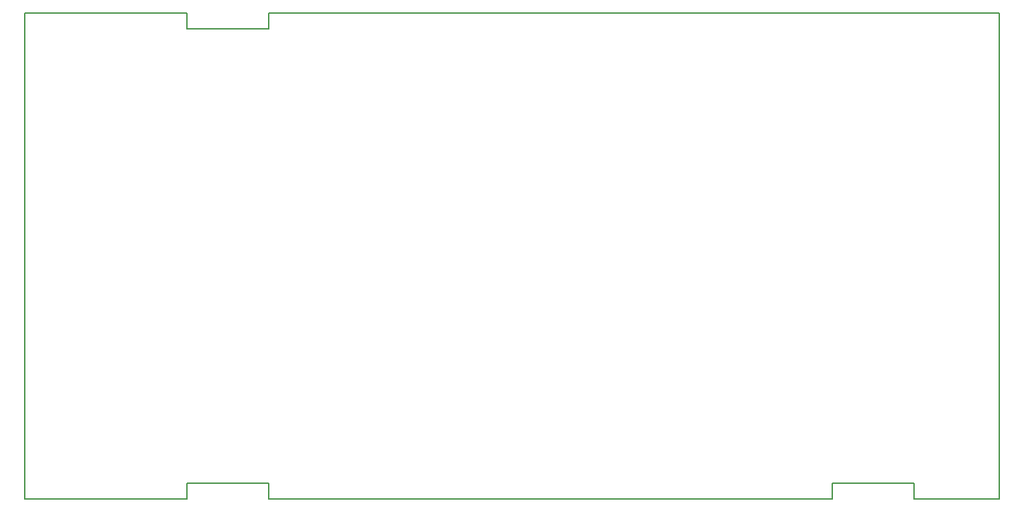
<source format=gbr>
G04 #@! TF.GenerationSoftware,KiCad,Pcbnew,5.1.5-52549c5~84~ubuntu18.04.1*
G04 #@! TF.CreationDate,2019-12-10T23:02:16-05:00*
G04 #@! TF.ProjectId,DFTBoard,44465442-6f61-4726-942e-6b696361645f,rev?*
G04 #@! TF.SameCoordinates,Original*
G04 #@! TF.FileFunction,Profile,NP*
%FSLAX46Y46*%
G04 Gerber Fmt 4.6, Leading zero omitted, Abs format (unit mm)*
G04 Created by KiCad (PCBNEW 5.1.5-52549c5~84~ubuntu18.04.1) date 2019-12-10 23:02:16*
%MOMM*%
%LPD*%
G04 APERTURE LIST*
%ADD10C,0.130000*%
G04 APERTURE END LIST*
D10*
X199500000Y-158000000D02*
X209500000Y-158000000D01*
X199500000Y-160000000D02*
X199500000Y-158000000D01*
X220000000Y-100000000D02*
X130000000Y-100000000D01*
X130000000Y-158000000D02*
X130000000Y-160000000D01*
X220000000Y-160000000D02*
X220000000Y-100000000D01*
X100000000Y-100000000D02*
X100000000Y-160000000D01*
X120000000Y-100000000D02*
X100000000Y-100000000D01*
X120000000Y-102000000D02*
X120000000Y-100000000D01*
X130000000Y-102000000D02*
X120000000Y-102000000D01*
X130000000Y-100000000D02*
X130000000Y-102000000D01*
X209500000Y-160000000D02*
X220000000Y-160000000D01*
X209500000Y-158000000D02*
X209500000Y-160000000D01*
X130000000Y-160000000D02*
X199500000Y-160000000D01*
X120000000Y-158000000D02*
X130000000Y-158000000D01*
X120000000Y-160000000D02*
X120000000Y-158000000D01*
X100000000Y-160000000D02*
X120000000Y-160000000D01*
M02*

</source>
